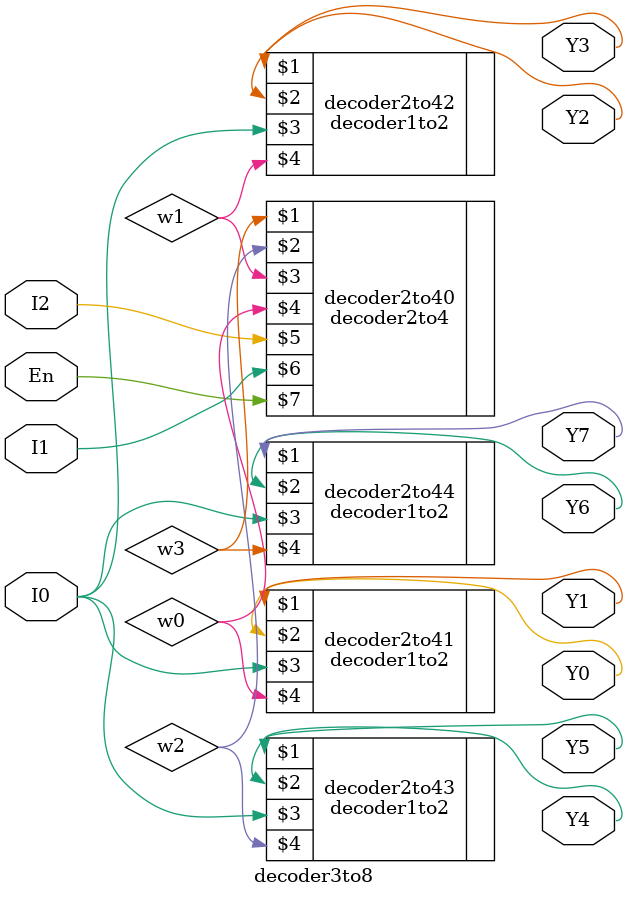
<source format=v>
module decoder3to8(Y7, Y6, Y5, Y4, Y3, Y2, Y1, Y0, I2, I1, I0, En);

output reg Y7, Y6, Y5, Y4, Y3, Y2, Y1, Y0;

input I2, I1, I0, En;

wire w0, w1, w2, w3;

	decoder2to4 decoder2to40(w3, w2, w1, w0, I2, I1, En);

	decoder1to2 decoder2to41(Y1, Y0, I0, w0);
	decoder1to2 decoder2to42(Y3, Y2, I0, w1);
	decoder1to2 decoder2to43(Y5, Y4, I0, w2);
	decoder1to2 decoder2to44(Y7, Y6, I0, w3);

endmodule
</source>
